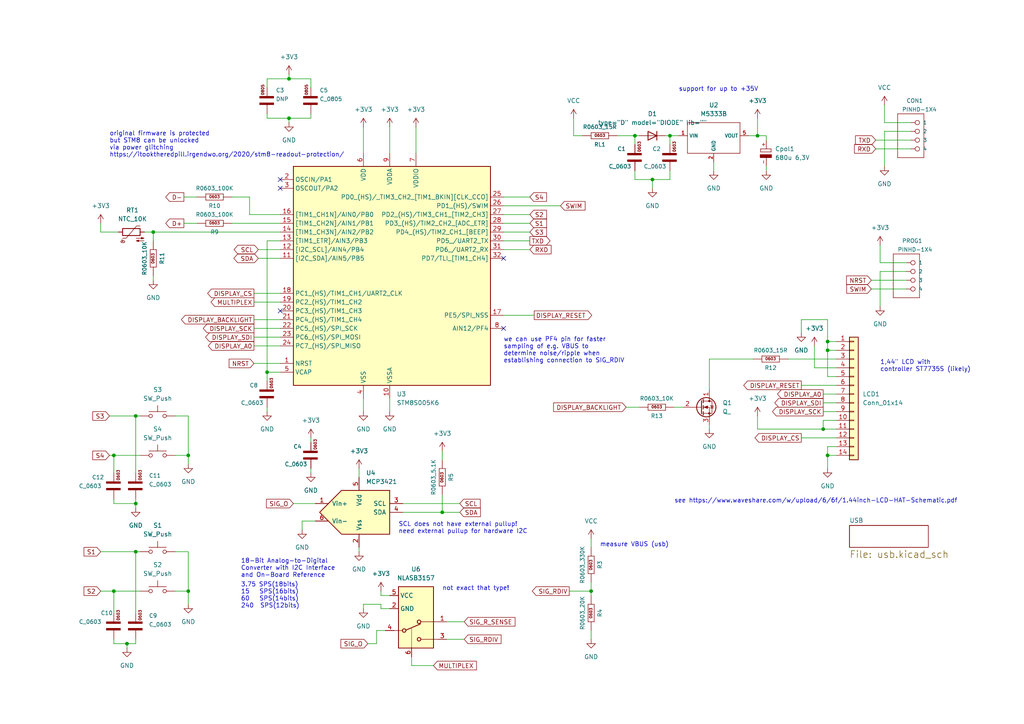
<source format=kicad_sch>
(kicad_sch (version 20211123) (generator eeschema)
  (paper "A4")
  (title_block (title "UM25/C schematic") (date "2022-02-06") (rev "1") (comment 1 "license GPLv2") (comment 3 "(c) 02/2022, Steffen Mauch "))
  (lib_symbols
    (symbol "Analog_ADC:MCP3421A0T-ECH" (pin_names (offset 1.016))
      (property "Reference" "U" (at -10.16 7.62 0))
      (property "Value" "MCP3421A0T-ECH" (at 2.54 7.62 0))
      (symbol "MCP3421A0T-ECH_0_1"
        (polyline (pts (xy -5.08 6.35) (xy 8.89 6.35) (xy 8.89 0) (xy 8.89 -6.35) (xy -5.08 -6.35) (xy -11.43 0) (xy -5.08 6.35)) (stroke (width 0.254)) (fill (type background)))
      )
      (symbol "MCP3421A0T-ECH_1_1"
        (pin passive line (at -12.7 2.54 0) (length 3.81) (name "Vin+") (number "1"))
        (pin power_in line (at 0 -10.16 90) (length 3.81) (name "Vss") (number "2"))
        (pin input line (at 12.7 2.54 180) (length 3.81) (name "SCL") (number "3"))
        (pin bidirectional line (at 12.7 0 180) (length 3.81) (name "SDA") (number "4"))
        (pin power_in line (at 0 10.16 270) (length 3.81) (name "Vdd") (number "5"))
        (pin passive line (at -12.7 -2.54 0) (length 3.81) (name "Vin-") (number "6"))
      )
    )
    (symbol "Connector_Generic:Conn_01x14" (pin_names (offset 1.016) hide)
      (property "Reference" "J" (at 0 17.78 0))
      (property "Value" "Conn_01x14" (at 0 -20.32 0))
      (symbol "Conn_01x14_1_1"
        (rectangle (start -1.27 -17.653) (end 0 -17.907) (stroke (width 0.1524)))
        (rectangle (start -1.27 -15.113) (end 0 -15.367) (stroke (width 0.1524)))
        (rectangle (start -1.27 -12.573) (end 0 -12.827) (stroke (width 0.1524)))
        (rectangle (start -1.27 -10.033) (end 0 -10.287) (stroke (width 0.1524)))
        (rectangle (start -1.27 -7.493) (end 0 -7.747) (stroke (width 0.1524)))
        (rectangle (start -1.27 -4.953) (end 0 -5.207) (stroke (width 0.1524)))
        (rectangle (start -1.27 -2.413) (end 0 -2.667) (stroke (width 0.1524)))
        (rectangle (start -1.27 0.127) (end 0 -0.127) (stroke (width 0.1524)))
        (rectangle (start -1.27 2.667) (end 0 2.413) (stroke (width 0.1524)))
        (rectangle (start -1.27 5.207) (end 0 4.953) (stroke (width 0.1524)))
        (rectangle (start -1.27 7.747) (end 0 7.493) (stroke (width 0.1524)))
        (rectangle (start -1.27 10.287) (end 0 10.033) (stroke (width 0.1524)))
        (rectangle (start -1.27 12.827) (end 0 12.573) (stroke (width 0.1524)))
        (rectangle (start -1.27 15.367) (end 0 15.113) (stroke (width 0.1524)))
        (rectangle (start -1.27 16.51) (end 1.27 -19.05) (stroke (width 0.254)) (fill (type background)))
        (pin passive line (at -5.08 15.24 0) (length 3.81) (name "Pin_1") (number "1"))
        (pin passive line (at -5.08 -7.62 0) (length 3.81) (name "Pin_10") (number "10"))
        (pin passive line (at -5.08 -10.16 0) (length 3.81) (name "Pin_11") (number "11"))
        (pin passive line (at -5.08 -12.7 0) (length 3.81) (name "Pin_12") (number "12"))
        (pin passive line (at -5.08 -15.24 0) (length 3.81) (name "Pin_13") (number "13"))
        (pin passive line (at -5.08 -17.78 0) (length 3.81) (name "Pin_14") (number "14"))
        (pin passive line (at -5.08 12.7 0) (length 3.81) (name "Pin_2") (number "2"))
        (pin passive line (at -5.08 10.16 0) (length 3.81) (name "Pin_3") (number "3"))
        (pin passive line (at -5.08 7.62 0) (length 3.81) (name "Pin_4") (number "4"))
        (pin passive line (at -5.08 5.08 0) (length 3.81) (name "Pin_5") (number "5"))
        (pin passive line (at -5.08 2.54 0) (length 3.81) (name "Pin_6") (number "6"))
        (pin passive line (at -5.08 0 0) (length 3.81) (name "Pin_7") (number "7"))
        (pin passive line (at -5.08 -2.54 0) (length 3.81) (name "Pin_8") (number "8"))
        (pin passive line (at -5.08 -5.08 0) (length 3.81) (name "Pin_9") (number "9"))
      )
    )
    (symbol "Device:Q_NMOS_DGS" (pin_names (offset 0) hide)
      (property "Reference" "Q" (at 5.08 1.27 0))
      (property "Value" "Q_NMOS_DGS" (at 5.08 -1.27 0))
      (symbol "Q_NMOS_DGS_0_1"
        (polyline (pts (xy 0.254 0) (xy -2.54 0)))
        (polyline (pts (xy 0.254 1.905) (xy 0.254 -1.905)) (stroke (width 0.254)))
        (polyline (pts (xy 0.762 -1.27) (xy 0.762 -2.286)) (stroke (width 0.254)))
        (polyline (pts (xy 0.762 0.508) (xy 0.762 -0.508)) (stroke (width 0.254)))
        (polyline (pts (xy 0.762 2.286) (xy 0.762 1.27)) (stroke (width 0.254)))
        (polyline (pts (xy 2.54 2.54) (xy 2.54 1.778)))
        (polyline (pts (xy 2.54 -2.54) (xy 2.54 0) (xy 0.762 0)))
        (polyline (pts (xy 0.762 -1.778) (xy 3.302 -1.778) (xy 3.302 1.778) (xy 0.762 1.778)))
        (polyline (pts (xy 1.016 0) (xy 2.032 0.381) (xy 2.032 -0.381) (xy 1.016 0)) (fill (type outline)))
        (polyline (pts (xy 2.794 0.508) (xy 2.921 0.381) (xy 3.683 0.381) (xy 3.81 0.254)))
        (polyline (pts (xy 3.302 0.381) (xy 2.921 -0.254) (xy 3.683 -0.254) (xy 3.302 0.381)))
        (circle (center 1.651 0) (radius 2.794) (stroke (width 0.254)))
        (circle (center 2.54 -1.778) (radius 0.254) (fill (type outline)))
        (circle (center 2.54 1.778) (radius 0.254) (fill (type outline)))
      )
      (symbol "Q_NMOS_DGS_1_1"
        (pin passive line (at 2.54 5.08 270) (length 2.54) (name "D") (number "1"))
        (pin input line (at -5.08 0 0) (length 2.54) (name "G") (number "2"))
        (pin passive line (at 2.54 -5.08 90) (length 2.54) (name "S") (number "3"))
      )
    )
    (symbol "Device:Thermistor_NTC" (pin_numbers hide) (pin_names (offset 0))
      (property "Reference" "TH" (at -4.445 0 90))
      (property "Value" "Thermistor_NTC" (at 3.175 0 90))
      (symbol "Thermistor_NTC_0_1"
        (arc (start -3.048 2.159) (mid -3.0505 2.3165) (end -3.175 2.413))
        (arc (start -3.048 2.159) (mid -2.9736 1.9794) (end -2.794 1.905))
        (arc (start -3.048 2.794) (mid -2.9736 2.6144) (end -2.794 2.54))
        (arc (start -2.794 1.905) (mid -2.6144 1.9794) (end -2.54 2.159))
        (arc (start -2.794 2.54) (mid -2.434 2.5608) (end -2.159 2.794))
        (arc (start -2.794 3.048) (mid -2.9736 2.9736) (end -3.048 2.794))
        (arc (start -2.54 2.794) (mid -2.6144 2.9736) (end -2.794 3.048))
        (rectangle (start -1.016 2.54) (end 1.016 -2.54) (stroke (width 0.254)))
        (polyline (pts (xy -2.54 2.159) (xy -2.54 2.794)))
        (polyline (pts (xy -1.778 2.54) (xy -1.778 1.524) (xy 1.778 -1.524) (xy 1.778 -2.54)))
        (polyline (pts (xy -2.54 -3.683) (xy -2.54 -1.397) (xy -2.794 -2.159) (xy -2.286 -2.159) (xy -2.54 -1.397) (xy -2.54 -1.651)) (fill (type outline)))
        (polyline (pts (xy -1.778 -1.397) (xy -1.778 -3.683) (xy -2.032 -2.921) (xy -1.524 -2.921) (xy -1.778 -3.683) (xy -1.778 -3.429)) (fill (type outline)))
      )
      (symbol "Thermistor_NTC_1_1"
        (pin passive line (at 0 3.81 270) (length 1.27) (name "~") (number "1"))
        (pin passive line (at 0 -3.81 90) (length 1.27) (name "~") (number "2"))
      )
    )
    (symbol "Simulation_SPICE:DIODE" (pin_numbers hide) (pin_names (offset 1.016) hide)
      (property "Reference" "D" (at 0 2.54 0))
      (property "Value" "DIODE" (at 0 -2.54 0))
      (symbol "DIODE_0_1"
        (polyline (pts (xy 1.27 0) (xy -1.27 0)))
        (polyline (pts (xy 1.27 1.27) (xy 1.27 -1.27)) (stroke (width 0.254)))
        (polyline (pts (xy -1.27 -1.27) (xy -1.27 1.27) (xy 1.27 0) (xy -1.27 -1.27)) (stroke (width 0.254)))
      )
      (symbol "DIODE_1_1"
        (pin passive line (at -3.81 0 0) (length 2.54) (name "A") (number "1"))
        (pin passive line (at 3.81 0 180) (length 2.54) (name "K") (number "2"))
      )
    )
    (symbol "Switch:SW_Push" (pin_numbers hide) (pin_names (offset 1.016) hide)
      (property "Reference" "SW" (at 1.27 2.54 0))
      (property "Value" "SW_Push" (at 0 -1.524 0))
      (symbol "SW_Push_0_1"
        (circle (center -2.032 0) (radius 0.508))
        (polyline (pts (xy 0 1.27) (xy 0 3.048)))
        (polyline (pts (xy 2.54 1.27) (xy -2.54 1.27)))
        (circle (center 2.032 0) (radius 0.508))
        (pin passive line (at -5.08 0 0) (length 2.54) (name "1") (number "1"))
        (pin passive line (at 5.08 0 180) (length 2.54) (name "2") (number "2"))
      )
    )
    (symbol "UM25:CPOL"
      (property "Reference" "C" (at 2.54 0.254 0))
      (property "Value" "CPOL" (at 3.302 2.54 0))
      (symbol "CPOL_1_0"
        (polyline (pts (xy -1.651 0.381) (xy 1.397 0.381)))
        (polyline (pts (xy -1.651 1.27) (xy -1.651 0.381)))
        (polyline (pts (xy -1.651 1.27) (xy 1.397 1.27)))
        (polyline (pts (xy 1.397 0.381) (xy 1.397 1.27)))
      )
      (symbol "CPOL_1_1"
        (rectangle (start -1.778 -1.27) (end 1.524 -0.381) (fill (type outline)))
        (pin passive line (at 0 3.81 270) (length 2.54) (name "~") (number "+"))
        (pin passive line (at 0 -3.81 90) (length 2.54) (name "") (number "-"))
      )
    )
    (symbol "UM25:M5333B"
      (property "Reference" "REG" (at 6.35 -5.08 0))
      (property "Value" "M5333B" (at 0 3.81 0))
      (symbol "M5333B_1_0"
        (polyline (pts (xy -7.62 -3.81) (xy 7.62 -3.81)))
        (polyline (pts (xy -7.62 5.08) (xy -7.62 -3.81)))
        (polyline (pts (xy 7.62 -3.81) (xy 7.62 5.08)))
        (polyline (pts (xy 7.62 5.08) (xy -7.62 5.08)))
      )
      (symbol "M5333B_1_1"
        (pin power_in line (at -10.16 1.27 0) (length 2.54) (name "VIN") (number "1"))
        (pin power_in line (at 0 -6.35 90) (length 2.54) (name "GND") (number "2"))
        (pin power_out line (at 10.16 1.27 180) (length 2.54) (name "VOUT") (number "5"))
      )
    )
    (symbol "UM25:NLASB3157"
      (property "Reference" "U" (at 3.81 -12.7 0))
      (property "Value" "NLASB3157" (at 1.27 8.89 0))
      (symbol "NLASB3157_1_1"
        (rectangle (start -3.81 7.62) (end 6.35 -10.16) (stroke (width 0.254)) (fill (type background)))
        (circle (center -2.159 -5.08) (radius 0.508) (stroke (width 0.254)))
        (polyline (pts (xy -5.08 -5.08) (xy -2.794 -5.08)))
        (polyline (pts (xy -1.651 -4.953) (xy 2.54 -3.175)) (stroke (width 0.254)))
        (polyline (pts (xy 0 -10.16) (xy 0 -9.652)))
        (polyline (pts (xy 0 -9.398) (xy 0 -9.144)))
        (polyline (pts (xy 0 -8.89) (xy 0 -8.636)))
        (polyline (pts (xy 0 -8.382) (xy 0 -8.128)))
        (polyline (pts (xy 0 -7.874) (xy 0 -7.62)))
        (polyline (pts (xy 0 -7.366) (xy 0 -7.112)))
        (polyline (pts (xy 0 -6.858) (xy 0 -6.604)))
        (polyline (pts (xy 0 -6.35) (xy 0 -6.096)))
        (polyline (pts (xy 0 -5.842) (xy 0 -5.588)))
        (polyline (pts (xy 0 -5.334) (xy 0 -5.08)))
        (polyline (pts (xy 0 -4.826) (xy 0 -4.572)))
        (polyline (pts (xy 7.62 -7.62) (xy 2.794 -7.62)))
        (polyline (pts (xy 7.62 -2.54) (xy 2.794 -2.54)))
        (circle (center 2.159 -7.62) (radius 0.508) (stroke (width 0.254)))
        (circle (center 2.159 -2.54) (radius 0.508) (stroke (width 0.254)))
        (pin passive line (at 10.16 -2.54 180) (length 2.54) (name "~") (number "1"))
        (pin power_in line (at -6.35 1.27 0) (length 2.54) (name "GND") (number "2"))
        (pin passive line (at 10.16 -7.62 180) (length 2.54) (name "~") (number "3"))
        (pin passive line (at -7.62 -5.08 0) (length 2.54) (name "~") (number "4"))
        (pin power_in line (at -6.35 5.08 0) (length 2.54) (name "VCC") (number "5"))
        (pin input line (at 0 -12.7 90) (length 2.54) (name "~") (number "6"))
      )
    )
    (symbol "UM25:STM8S005K6"
      (property "Reference" "IC" (at 11.43 -36.83 0))
      (property "Value" "STM8S005K6" (at 8.89 -25.4 0))
      (symbol "STM8S005K6_0_1"
        (rectangle (start -20.32 29.21) (end 36.83 -34.29) (stroke (width 0.254)) (fill (type background)))
      )
      (symbol "STM8S005K6_1_1"
        (pin input line (at -24.13 -27.94 0) (length 3.81) (name "NRST") (number "1"))
        (pin power_in line (at 7.62 -38.1 90) (length 3.81) (name "VSSA") (number "10"))
        (pin bidirectional line (at -24.13 2.54 0) (length 3.81) (name "[I2C_SDA]/AIN5/PB5") (number "11"))
        (pin bidirectional line (at -24.13 5.08 0) (length 3.81) (name "[I2C_SCL]/AIN4/PB4") (number "12"))
        (pin bidirectional line (at -24.13 7.62 0) (length 3.81) (name "[TIM1_ETR]/AIN3/PB3") (number "13"))
        (pin bidirectional line (at -24.13 10.16 0) (length 3.81) (name "[TIM1_CH3N]/AIN2/PB2") (number "14"))
        (pin bidirectional line (at -24.13 12.7 0) (length 3.81) (name "[TIM1_CH2N]/AIN1/PB1") (number "15"))
        (pin bidirectional line (at -24.13 15.24 0) (length 3.81) (name "[TIM1_CH1N]/AIN0/PB0") (number "16"))
        (pin bidirectional line (at 40.64 -13.97 180) (length 3.81) (name "PE5/SPI_NSS") (number "17"))
        (pin bidirectional line (at -24.13 -7.62 0) (length 3.81) (name "PC1_(HS)/TIM1_CH1/UART2_CLK") (number "18"))
        (pin bidirectional line (at -24.13 -10.16 0) (length 3.81) (name "PC2_(HS)/TIM1_CH2") (number "19"))
        (pin bidirectional line (at -24.13 25.4 0) (length 3.81) (name "OSCIN/PA1") (number "2"))
        (pin bidirectional line (at -24.13 -12.7 0) (length 3.81) (name "PC3_(HS)/TIM1_CH3") (number "20"))
        (pin bidirectional line (at -24.13 -15.24 0) (length 3.81) (name "PC4_(HS)/TIM1_CH4") (number "21"))
        (pin bidirectional line (at -24.13 -17.78 0) (length 3.81) (name "PC5_(HS)/SPI_SCK") (number "22"))
        (pin bidirectional line (at -24.13 -20.32 0) (length 3.81) (name "PC6_(HS)/SPI_MOSI") (number "23"))
        (pin bidirectional line (at -24.13 -22.86 0) (length 3.81) (name "PC7_(HS)/SPI_MISO") (number "24"))
        (pin bidirectional line (at 40.64 20.32 180) (length 3.81) (name "PD0_(HS)/_TIM3_CH2_[TIM1_BKIN][CLK_CCO]") (number "25"))
        (pin bidirectional line (at 40.64 17.78 180) (length 3.81) (name "PD1_(HS)/SWIM") (number "26"))
        (pin bidirectional line (at 40.64 15.24 180) (length 3.81) (name "PD2_(HS)/TIM3_CH1_[TIM2_CH3]") (number "27"))
        (pin bidirectional line (at 40.64 12.7 180) (length 3.81) (name "PD3_(HS)/TIM2_CH2_[ADC_ETR]") (number "28"))
        (pin bidirectional line (at 40.64 10.16 180) (length 3.81) (name "PD4_(HS)/TIM2_CH1_[BEEP]") (number "29"))
        (pin bidirectional line (at -24.13 22.86 0) (length 3.81) (name "OSCOUT/PA2") (number "3"))
        (pin bidirectional line (at 40.64 7.62 180) (length 3.81) (name "PD5_/UART2_TX") (number "30"))
        (pin bidirectional line (at 40.64 5.08 180) (length 3.81) (name "PD6_/UART2_RX") (number "31"))
        (pin bidirectional line (at 40.64 2.54 180) (length 3.81) (name "PD7/TLI_[TIM1_CH4]") (number "32"))
        (pin power_in line (at 0 -38.1 90) (length 3.81) (name "VSS") (number "4"))
        (pin input line (at -24.13 -30.48 0) (length 3.81) (name "VCAP") (number "5"))
        (pin power_in line (at 0 33.02 270) (length 3.81) (name "VDD") (number "6"))
        (pin bidirectional line (at 15.24 33.02 270) (length 3.81) (name "VDDIO") (number "7"))
        (pin bidirectional line (at 40.64 -17.78 180) (length 3.81) (name "AIN12/PF4") (number "8"))
        (pin power_in line (at 7.62 33.02 270) (length 3.81) (name "VDDA") (number "9"))
      )
    )
    (symbol "eagleHR:C_0603" (pin_numbers hide) (pin_names (offset 1.016) hide)
      (property "Reference" "C" (at 0.508 2.413 0))
      (property "Value" "C_0603" (at -1.27 -3.81 0))
      (symbol "C_0603_1_0"
        (polyline (pts (xy 0 0) (xy 0.508 0)))
        (polyline (pts (xy 2.54 0) (xy 2.032 0)))
        (text "0603" (at 4.445 -1.27 0) (effects (font (size 0.8128 0.8128))))
      )
      (symbol "C_0603_1_1"
        (rectangle (start 0.635 -1.905) (end 0.127 2.159) (fill (type outline)))
        (rectangle (start 2.54 -1.905) (end 2.032 2.159) (fill (type outline)))
        (pin passive line (at -2.54 0 0) (length 2.54) (name "1") (number "1"))
        (pin passive line (at 5.08 0 180) (length 2.54) (name "2") (number "2"))
      )
    )
    (symbol "eagleHR:C_0805" (pin_numbers hide) (pin_names (offset 1.016) hide)
      (property "Reference" "C" (at 1.27 2.159 0))
      (property "Value" "C_0805" (at 1.524 -3.175 0))
      (symbol "C_0805_1_0"
        (polyline (pts (xy 0 0) (xy 0.508 0)))
        (polyline (pts (xy 2.54 0) (xy 2.032 0)))
        (text "0805" (at 4.445 1.27 0) (effects (font (size 0.8128 0.8128))))
      )
      (symbol "C_0805_1_1"
        (rectangle (start 0.635 -1.905) (end 0.127 2.159) (fill (type outline)))
        (rectangle (start 2.54 -1.905) (end 2.032 2.159) (fill (type outline)))
        (pin passive line (at 5.08 0 180) (length 2.54) (name "1") (number "1"))
        (pin passive line (at -2.54 0 0) (length 2.54) (name "2") (number "2"))
      )
    )
    (symbol "eagleHR:R0603_" (pin_numbers hide) (pin_names (offset 1.016) hide)
      (property "Reference" "R" (at -0.381 1.2446 0))
      (property "Value" "R0603_" (at 0.127 -2.286 0))
      (symbol "R0603__1_0"
        (polyline (pts (xy -2.54 -0.889) (xy -2.54 0.889)))
        (polyline (pts (xy -2.54 -0.889) (xy 2.54 -0.889)))
        (polyline (pts (xy 2.54 -0.889) (xy 2.54 0.889)))
        (polyline (pts (xy 2.54 0.889) (xy -2.54 0.889)))
        (text "0603" (at 0.0254 -0.1016 0) (effects (font (size 0.8128 0.8128))))
      )
      (symbol "R0603__1_1"
        (pin passive line (at -5.08 0 0) (length 2.54) (name "1") (number "1"))
        (pin passive line (at 5.08 0 180) (length 2.54) (name "2") (number "2"))
      )
    )
    (symbol "eagleSM:PINHD-1X4" (pin_numbers hide) (pin_names (offset 1.016))
      (property "Reference" "CON" (at -6.35 8.255 0))
      (property "Value" "PINHD-1X4" (at -6.35 -7.62 0))
      (symbol "PINHD-1X4_1_0"
        (polyline (pts (xy -6.35 -5.08) (xy 1.27 -5.08)))
        (polyline (pts (xy -6.35 7.62) (xy -6.35 -5.08)))
        (polyline (pts (xy 1.27 -5.08) (xy 1.27 7.62)))
        (polyline (pts (xy 1.27 7.62) (xy -6.35 7.62)))
      )
      (symbol "PINHD-1X4_1_1"
        (pin passive inverted (at -2.54 5.08 0) (length 2.54) (name "1") (number "1"))
        (pin passive inverted (at -2.54 2.54 0) (length 2.54) (name "2") (number "2"))
        (pin passive inverted (at -2.54 0 0) (length 2.54) (name "3") (number "3"))
        (pin passive inverted (at -2.54 -2.54 0) (length 2.54) (name "4") (number "4"))
      )
    )
    (symbol "power:+3V3" (power) (pin_names (offset 0))
      (property "Value" "+3V3" (at 0 3.556 0))
      (symbol "+3V3_0_1"
        (polyline (pts (xy -0.762 1.27) (xy 0 2.54)))
        (polyline (pts (xy 0 0) (xy 0 2.54)))
        (polyline (pts (xy 0 2.54) (xy 0.762 1.27)))
      )
      (symbol "+3V3_1_1"
        (pin power_in line (at 0 0 90) (length 0) hide (name "+3V3") (number "1"))
      )
    )
    (symbol "power:GND" (power) (pin_names (offset 0))
      (property "Value" "GND" (at 0 -3.81 0))
      (symbol "GND_0_1"
        (polyline (pts (xy 0 0) (xy 0 -1.27) (xy 1.27 -1.27) (xy 0 -2.54) (xy -1.27 -1.27) (xy 0 -1.27)))
      )
      (symbol "GND_1_1"
        (pin power_in line (at 0 0 270) (length 0) hide (name "GND") (number "1"))
      )
    )
    (symbol "power:VCC" (power) (pin_names (offset 0))
      (property "Value" "VCC" (at 0 3.81 0))
      (symbol "VCC_0_1"
        (polyline (pts (xy -0.762 1.27) (xy 0 2.54)))
        (polyline (pts (xy 0 0) (xy 0 2.54)))
        (polyline (pts (xy 0 2.54) (xy 0.762 1.27)))
      )
      (symbol "VCC_1_1"
        (pin power_in line (at 0 0 90) (length 0) hide (name "VCC") (number "1"))
      )
    )
  )
  (junction (at 36.83 186.69))
  (junction (at 54.61 132.08))
  (junction (at 44.45 67.31))
  (junction (at 219.71 39.37))
  (junction (at 39.37 120.65))
  (junction (at 240.03 101.6))
  (junction (at 184.15 39.37))
  (junction (at 240.03 132.08))
  (junction (at 83.82 34.29))
  (junction (at 128.27 148.59))
  (junction (at 83.82 22.86))
  (junction (at 33.02 171.45))
  (junction (at 240.03 99.06))
  (junction (at 189.23 52.07))
  (junction (at 171.45 171.45))
  (junction (at 77.47 107.95))
  (junction (at 33.02 132.08))
  (junction (at 54.61 171.45))
  (junction (at 238.76 124.46))
  (junction (at 194.31 39.37))
  (junction (at 39.37 146.05))
  (junction (at 39.37 160.02))
  (no_connect (at 81.28 90.17))
  (no_connect (at 146.05 95.25))
  (no_connect (at 81.28 52.07))
  (no_connect (at 81.28 54.61))
  (no_connect (at 146.05 74.93))
  (wire (pts (xy 171.45 156.21) (xy 171.45 158.75)))
  (wire (pts (xy 171.45 182.88) (xy 171.45 185.42)))
  (wire (pts (xy 90.17 22.86) (xy 83.82 22.86)))
  (wire (pts (xy 240.03 99.06) (xy 240.03 92.71)))
  (wire (pts (xy 146.05 59.69) (xy 162.56 59.69)))
  (wire (pts (xy 39.37 120.65) (xy 31.75 120.65)))
  (wire (pts (xy 33.02 171.45) (xy 29.21 171.45)))
  (wire (pts (xy 189.23 54.61) (xy 189.23 52.07)))
  (wire (pts (xy 72.39 57.15) (xy 67.31 57.15)))
  (wire (pts (xy 232.41 111.76) (xy 242.57 111.76)))
  (wire (pts (xy 57.15 57.15) (xy 53.34 57.15)))
  (wire (pts (xy 256.54 30.48) (xy 256.54 35.56)))
  (wire (pts (xy 240.03 109.22) (xy 240.03 101.6)))
  (wire (pts (xy 242.57 101.6) (xy 240.03 101.6)))
  (wire (pts (xy 36.83 186.69) (xy 39.37 186.69)))
  (wire (pts (xy 33.02 132.08) (xy 33.02 137.16)))
  (wire (pts (xy 90.17 33.02) (xy 90.17 34.29)))
  (wire (pts (xy 34.29 67.31) (xy 29.21 67.31)))
  (wire (pts (xy 184.15 52.07) (xy 189.23 52.07)))
  (wire (pts (xy 41.91 67.31) (xy 44.45 67.31)))
  (wire (pts (xy 146.05 72.39) (xy 153.67 72.39)))
  (wire (pts (xy 238.76 124.46) (xy 242.57 124.46)))
  (wire (pts (xy 50.8 160.02) (xy 54.61 160.02)))
  (wire (pts (xy 146.05 91.44) (xy 154.94 91.44)))
  (wire (pts (xy 73.66 97.79) (xy 81.28 97.79)))
  (wire (pts (xy 33.02 144.78) (xy 33.02 146.05)))
  (wire (pts (xy 73.66 87.63) (xy 81.28 87.63)))
  (wire (pts (xy 238.76 114.3) (xy 242.57 114.3)))
  (wire (pts (xy 166.37 34.29) (xy 166.37 39.37)))
  (wire (pts (xy 33.02 185.42) (xy 33.02 186.69)))
  (wire (pts (xy 242.57 121.92) (xy 238.76 121.92)))
  (wire (pts (xy 194.31 52.07) (xy 194.31 49.53)))
  (wire (pts (xy 83.82 22.86) (xy 83.82 21.59)))
  (wire (pts (xy 254 40.64) (xy 264.16 40.64)))
  (wire (pts (xy 184.15 49.53) (xy 184.15 52.07)))
  (wire (pts (xy 184.15 39.37) (xy 179.07 39.37)))
  (wire (pts (xy 50.8 171.45) (xy 54.61 171.45)))
  (wire (pts (xy 74.93 72.39) (xy 81.28 72.39)))
  (wire (pts (xy 232.41 92.71) (xy 232.41 96.52)))
  (wire (pts (xy 73.66 100.33) (xy 81.28 100.33)))
  (wire (pts (xy 72.39 62.23) (xy 72.39 57.15)))
  (wire (pts (xy 73.66 95.25) (xy 81.28 95.25)))
  (wire (pts (xy 33.02 186.69) (xy 36.83 186.69)))
  (wire (pts (xy 87.63 151.13) (xy 87.63 153.67)))
  (wire (pts (xy 54.61 160.02) (xy 54.61 171.45)))
  (wire (pts (xy 146.05 57.15) (xy 153.67 57.15)))
  (wire (pts (xy 105.41 115.57) (xy 105.41 119.38)))
  (wire (pts (xy 125.73 193.04) (xy 119.38 193.04)))
  (wire (pts (xy 228.6 104.14) (xy 242.57 104.14)))
  (wire (pts (xy 54.61 120.65) (xy 54.61 132.08)))
  (wire (pts (xy 255.27 76.2) (xy 262.89 76.2)))
  (wire (pts (xy 77.47 22.86) (xy 83.82 22.86)))
  (wire (pts (xy 77.47 107.95) (xy 81.28 107.95)))
  (wire (pts (xy 74.93 74.93) (xy 81.28 74.93)))
  (wire (pts (xy 39.37 160.02) (xy 29.21 160.02)))
  (wire (pts (xy 219.71 124.46) (xy 219.71 120.65)))
  (wire (pts (xy 113.03 36.83) (xy 113.03 44.45)))
  (wire (pts (xy 77.47 34.29) (xy 77.47 33.02)))
  (wire (pts (xy 232.41 127) (xy 242.57 127)))
  (wire (pts (xy 77.47 25.4) (xy 77.47 22.86)))
  (wire (pts (xy 40.64 132.08) (xy 33.02 132.08)))
  (wire (pts (xy 39.37 160.02) (xy 39.37 177.8)))
  (wire (pts (xy 218.44 104.14) (xy 205.74 104.14)))
  (wire (pts (xy 238.76 119.38) (xy 242.57 119.38)))
  (wire (pts (xy 120.65 36.83) (xy 120.65 44.45)))
  (wire (pts (xy 109.22 186.69) (xy 109.22 182.88)))
  (wire (pts (xy 222.25 40.64) (xy 222.25 39.37)))
  (wire (pts (xy 113.03 115.57) (xy 113.03 119.38)))
  (wire (pts (xy 83.82 35.56) (xy 83.82 34.29)))
  (wire (pts (xy 110.49 172.72) (xy 110.49 171.45)))
  (wire (pts (xy 36.83 187.96) (xy 36.83 186.69)))
  (wire (pts (xy 219.71 124.46) (xy 238.76 124.46)))
  (wire (pts (xy 181.61 118.11) (xy 185.42 118.11)))
  (wire (pts (xy 256.54 35.56) (xy 264.16 35.56)))
  (wire (pts (xy 54.61 132.08) (xy 54.61 134.62)))
  (wire (pts (xy 205.74 104.14) (xy 205.74 113.03)))
  (wire (pts (xy 90.17 22.86) (xy 90.17 25.4)))
  (wire (pts (xy 91.44 151.13) (xy 87.63 151.13)))
  (wire (pts (xy 104.14 135.89) (xy 104.14 138.43)))
  (wire (pts (xy 240.03 132.08) (xy 242.57 132.08)))
  (wire (pts (xy 252.73 81.28) (xy 262.89 81.28)))
  (wire (pts (xy 90.17 127) (xy 90.17 128.27)))
  (wire (pts (xy 50.8 132.08) (xy 54.61 132.08)))
  (wire (pts (xy 116.84 148.59) (xy 128.27 148.59)))
  (wire (pts (xy 83.82 34.29) (xy 90.17 34.29)))
  (wire (pts (xy 105.41 36.83) (xy 105.41 44.45)))
  (wire (pts (xy 105.41 175.26) (xy 105.41 176.53)))
  (wire (pts (xy 39.37 160.02) (xy 40.64 160.02)))
  (wire (pts (xy 146.05 69.85) (xy 153.67 69.85)))
  (wire (pts (xy 256.54 38.1) (xy 256.54 48.26)))
  (wire (pts (xy 85.09 146.05) (xy 91.44 146.05)))
  (wire (pts (xy 255.27 71.12) (xy 255.27 76.2)))
  (wire (pts (xy 40.64 171.45) (xy 33.02 171.45)))
  (wire (pts (xy 189.23 52.07) (xy 194.31 52.07)))
  (wire (pts (xy 54.61 171.45) (xy 54.61 175.26)))
  (wire (pts (xy 166.37 39.37) (xy 168.91 39.37)))
  (wire (pts (xy 73.66 105.41) (xy 81.28 105.41)))
  (wire (pts (xy 242.57 99.06) (xy 240.03 99.06)))
  (wire (pts (xy 146.05 62.23) (xy 153.67 62.23)))
  (wire (pts (xy 110.49 175.26) (xy 110.49 176.53)))
  (wire (pts (xy 171.45 168.91) (xy 171.45 171.45)))
  (wire (pts (xy 207.01 46.99) (xy 207.01 49.53)))
  (wire (pts (xy 171.45 171.45) (xy 171.45 172.72)))
  (wire (pts (xy 254 43.18) (xy 264.16 43.18)))
  (wire (pts (xy 242.57 129.54) (xy 240.03 129.54)))
  (wire (pts (xy 50.8 120.65) (xy 54.61 120.65)))
  (wire (pts (xy 81.28 62.23) (xy 72.39 62.23)))
  (wire (pts (xy 255.27 78.74) (xy 255.27 88.9)))
  (wire (pts (xy 67.31 64.77) (xy 81.28 64.77)))
  (wire (pts (xy 113.03 172.72) (xy 110.49 172.72)))
  (wire (pts (xy 33.02 171.45) (xy 33.02 177.8)))
  (wire (pts (xy 73.66 85.09) (xy 81.28 85.09)))
  (wire (pts (xy 90.17 135.89) (xy 90.17 137.16)))
  (wire (pts (xy 146.05 64.77) (xy 153.67 64.77)))
  (wire (pts (xy 109.22 182.88) (xy 111.76 182.88)))
  (wire (pts (xy 110.49 176.53) (xy 113.03 176.53)))
  (wire (pts (xy 194.31 39.37) (xy 196.85 39.37)))
  (wire (pts (xy 116.84 146.05) (xy 133.35 146.05)))
  (wire (pts (xy 57.15 64.77) (xy 53.34 64.77)))
  (wire (pts (xy 77.47 118.11) (xy 77.47 119.38)))
  (wire (pts (xy 83.82 34.29) (xy 77.47 34.29)))
  (wire (pts (xy 219.71 39.37) (xy 222.25 39.37)))
  (wire (pts (xy 128.27 130.81) (xy 128.27 133.35)))
  (wire (pts (xy 104.14 158.75) (xy 104.14 160.02)))
  (wire (pts (xy 195.58 118.11) (xy 198.12 118.11)))
  (wire (pts (xy 119.38 193.04) (xy 119.38 190.5)))
  (wire (pts (xy 40.64 120.65) (xy 39.37 120.65)))
  (wire (pts (xy 205.74 123.19) (xy 205.74 124.46)))
  (wire (pts (xy 217.17 39.37) (xy 219.71 39.37)))
  (wire (pts (xy 129.54 185.42) (xy 134.62 185.42)))
  (wire (pts (xy 238.76 116.84) (xy 242.57 116.84)))
  (wire (pts (xy 240.03 92.71) (xy 232.41 92.71)))
  (wire (pts (xy 242.57 109.22) (xy 240.03 109.22)))
  (wire (pts (xy 33.02 146.05) (xy 39.37 146.05)))
  (wire (pts (xy 240.03 132.08) (xy 240.03 135.89)))
  (wire (pts (xy 236.22 106.68) (xy 236.22 100.33)))
  (wire (pts (xy 29.21 67.31) (xy 29.21 64.77)))
  (wire (pts (xy 44.45 67.31) (xy 81.28 67.31)))
  (wire (pts (xy 238.76 121.92) (xy 238.76 124.46)))
  (wire (pts (xy 39.37 146.05) (xy 39.37 147.32)))
  (wire (pts (xy 262.89 78.74) (xy 255.27 78.74)))
  (wire (pts (xy 165.1 171.45) (xy 171.45 171.45)))
  (wire (pts (xy 128.27 143.51) (xy 128.27 148.59)))
  (wire (pts (xy 222.25 48.26) (xy 222.25 49.53)))
  (wire (pts (xy 39.37 185.42) (xy 39.37 186.69)))
  (wire (pts (xy 219.71 34.29) (xy 219.71 39.37)))
  (wire (pts (xy 185.42 39.37) (xy 184.15 39.37)))
  (wire (pts (xy 73.66 92.71) (xy 81.28 92.71)))
  (wire (pts (xy 194.31 39.37) (xy 194.31 41.91)))
  (wire (pts (xy 77.47 69.85) (xy 77.47 107.95)))
  (wire (pts (xy 33.02 132.08) (xy 31.75 132.08)))
  (wire (pts (xy 240.03 101.6) (xy 240.03 99.06)))
  (wire (pts (xy 81.28 69.85) (xy 77.47 69.85)))
  (wire (pts (xy 44.45 80.01) (xy 44.45 81.28)))
  (wire (pts (xy 106.68 186.69) (xy 109.22 186.69)))
  (wire (pts (xy 105.41 175.26) (xy 110.49 175.26)))
  (wire (pts (xy 39.37 120.65) (xy 39.37 137.16)))
  (wire (pts (xy 77.47 107.95) (xy 77.47 110.49)))
  (wire (pts (xy 252.73 83.82) (xy 262.89 83.82)))
  (wire (pts (xy 44.45 67.31) (xy 44.45 69.85)))
  (wire (pts (xy 146.05 67.31) (xy 153.67 67.31)))
  (wire (pts (xy 264.16 38.1) (xy 256.54 38.1)))
  (wire (pts (xy 128.27 148.59) (xy 133.35 148.59)))
  (wire (pts (xy 184.15 39.37) (xy 184.15 41.91)))
  (wire (pts (xy 39.37 144.78) (xy 39.37 146.05)))
  (wire (pts (xy 242.57 106.68) (xy 236.22 106.68)))
  (wire (pts (xy 240.03 129.54) (xy 240.03 132.08)))
  (wire (pts (xy 129.54 180.34) (xy 134.62 180.34)))
  (wire (pts (xy 193.04 39.37) (xy 194.31 39.37)))
  (text "18-Bit Analog-to-Digital\nConverter with I2C Interface \nand On-Board Reference" (at 69.85 167.64 0) (effects (font (size 1.27 1.27)) (justify left bottom)))
  (text "1,44\" LCD with\ncontroller ST7735S (likely)" (at 255.27 107.95 0) (effects (font (size 1.27 1.27)) (justify left bottom)))
  (text "not exact that type!" (at 128.27 171.45 0) (effects (font (size 1.27 1.27)) (justify left bottom)))
  (text "measure VBUS (usb)" (at 173.99 158.75 0) (effects (font (size 1.27 1.27)) (justify left bottom)))
  (text "see https://www.waveshare.com/w/upload/6/6f/1.44inch-LCD-HAT-Schematic.pdf" (at 195.58 146.05 0) (effects (font (size 1.27 1.27)) (justify left bottom)))
  (text "original firmware is protected\nbut STM8 can be unlocked\nvia power glitching\nhttps://itooktheredpill.irgendwo.org/2020/stm8-readout-protection/" (at 31.75 45.72 0) (effects (font (size 1.27 1.27)) (justify left bottom)))
  (text "SCL does not have external pullup!\nneed external pullup for hardware I2C" (at 115.57 154.94 0) (effects (font (size 1.27 1.27)) (justify left bottom)))
  (text "we can use PF4 pin for faster\nsampling of e.g. VBUS to \ndetermine noise/ripple when\nestablishing connection to SIG_RDIV" (at 146.05 105.41 0) (effects (font (size 1.27 1.27)) (justify left bottom)))
  (text "3.75 SPS(18bits)\n15   SPS(16bits)\n60   SPS(14bits)\n240  SPS(12bits)" (at 69.85 176.53 0) (effects (font (size 1.27 1.27)) (justify left bottom)))
  (text "support for up to +35V" (at 196.85 26.67 0) (effects (font (size 1.27 1.27)) (justify left bottom)))
  (global_label "DISPLAY_SDI" (shape output) (at 238.76 116.84 180) (property "Intersheet References" "${INTERSHEET_REFS}" (at 224.7355 116.7606 0) (effects (justify right))))
  (global_label "DISPLAY_A0" (shape output) (at 238.76 114.3 180) (property "Intersheet References" "${INTERSHEET_REFS}" (at 225.5217 114.2206 0) (effects (justify right))))
  (global_label "S3" (shape input) (at 31.75 120.65 180) (property "Intersheet References" "${INTERSHEET_REFS}" (at 26.9179 120.7294 0) (effects (justify right))))
  (global_label "SDA" (shape input) (at 133.35 148.59 0) (property "Intersheet References" "${INTERSHEET_REFS}" (at 139.3312 148.5106 0) (effects (justify left))))
  (global_label "S1" (shape input) (at 29.21 160.02 180) (property "Intersheet References" "${INTERSHEET_REFS}" (at 24.3779 160.0994 0) (effects (justify right))))
  (global_label "TXD" (shape output) (at 153.67 69.85 0) (property "Intersheet References" "${INTERSHEET_REFS}" (at 159.5302 69.7706 0) (effects (justify left))))
  (global_label "SIG_O" (shape input) (at 106.68 186.69 180) (property "Intersheet References" "${INTERSHEET_REFS}" (at 98.8845 186.6106 0) (effects (justify right))))
  (global_label "MULTIPLEX" (shape input) (at 125.73 193.04 0) (property "Intersheet References" "${INTERSHEET_REFS}" (at 138.1821 192.9606 0) (effects (justify left))))
  (global_label "SDA" (shape bidirectional) (at 74.93 74.93 180) (property "Intersheet References" "${INTERSHEET_REFS}" (at 68.9488 74.8506 0) (effects (justify right))))
  (global_label "MULTIPLEX" (shape output) (at 73.66 87.63 180) (property "Intersheet References" "${INTERSHEET_REFS}" (at 61.2079 87.5506 0) (effects (justify right))))
  (global_label "DISPLAY_RESET" (shape output) (at 154.94 91.44 0) (property "Intersheet References" "${INTERSHEET_REFS}" (at 171.6255 91.3606 0) (effects (justify left))))
  (global_label "S4" (shape input) (at 31.75 132.08 180) (property "Intersheet References" "${INTERSHEET_REFS}" (at 26.9179 132.1594 0) (effects (justify right))))
  (global_label "DISPLAY_RESET" (shape output) (at 232.41 111.76 180) (property "Intersheet References" "${INTERSHEET_REFS}" (at 215.7245 111.8394 0) (effects (justify right))))
  (global_label "D-" (shape output) (at 53.34 57.15 180) (property "Intersheet References" "${INTERSHEET_REFS}" (at 48.0845 57.2294 0) (effects (justify right))))
  (global_label "SIG_R_SENSE" (shape input) (at 134.62 180.34 0) (property "Intersheet References" "${INTERSHEET_REFS}" (at 149.3702 180.2606 0) (effects (justify left))))
  (global_label "S1" (shape input) (at 153.67 64.77 0) (property "Intersheet References" "${INTERSHEET_REFS}" (at 158.5021 64.6906 0) (effects (justify left))))
  (global_label "DISPLAY_BACKLIGHT" (shape output) (at 73.66 92.71 180) (property "Intersheet References" "${INTERSHEET_REFS}" (at 52.6202 92.6306 0) (effects (justify right))))
  (global_label "RXD" (shape input) (at 153.67 72.39 0) (property "Intersheet References" "${INTERSHEET_REFS}" (at 159.8326 72.3106 0) (effects (justify left))))
  (global_label "DISPLAY_CS" (shape output) (at 232.41 127 180) (property "Intersheet References" "${INTERSHEET_REFS}" (at 218.9902 126.9206 0) (effects (justify right))))
  (global_label "RXD" (shape input) (at 254 43.18 180) (property "Intersheet References" "${INTERSHEET_REFS}" (at 247.8374 43.1006 0) (effects (justify right))))
  (global_label "SCL" (shape input) (at 133.35 146.05 0) (property "Intersheet References" "${INTERSHEET_REFS}" (at 139.2707 145.9706 0) (effects (justify left))))
  (global_label "SIG_O" (shape input) (at 85.09 146.05 180) (property "Intersheet References" "${INTERSHEET_REFS}" (at 77.2945 145.9706 0) (effects (justify right))))
  (global_label "DISPLAY_SCK" (shape output) (at 73.66 95.25 180) (property "Intersheet References" "${INTERSHEET_REFS}" (at 58.9702 95.1706 0) (effects (justify right))))
  (global_label "DISPLAY_SCK" (shape output) (at 238.76 119.38 180) (property "Intersheet References" "${INTERSHEET_REFS}" (at 224.0702 119.3006 0) (effects (justify right))))
  (global_label "SWIM" (shape input) (at 252.73 83.82 180) (property "Intersheet References" "${INTERSHEET_REFS}" (at 245.5998 83.7406 0) (effects (justify right))))
  (global_label "SIG_RDIV" (shape output) (at 165.1 171.45 180) (property "Intersheet References" "${INTERSHEET_REFS}" (at 154.4017 171.3706 0) (effects (justify right))))
  (global_label "SIG_RDIV" (shape input) (at 134.62 185.42 0) (property "Intersheet References" "${INTERSHEET_REFS}" (at 145.3183 185.3406 0) (effects (justify left))))
  (global_label "S4" (shape input) (at 153.67 57.15 0) (property "Intersheet References" "${INTERSHEET_REFS}" (at 158.5021 57.0706 0) (effects (justify left))))
  (global_label "D+" (shape output) (at 53.34 64.77 180) (property "Intersheet References" "${INTERSHEET_REFS}" (at 48.0845 64.8494 0) (effects (justify right))))
  (global_label "S2" (shape input) (at 153.67 62.23 0) (property "Intersheet References" "${INTERSHEET_REFS}" (at 158.5021 62.1506 0) (effects (justify left))))
  (global_label "TXD" (shape input) (at 254 40.64 180) (property "Intersheet References" "${INTERSHEET_REFS}" (at 248.1398 40.5606 0) (effects (justify right))))
  (global_label "SCL" (shape bidirectional) (at 74.93 72.39 180) (property "Intersheet References" "${INTERSHEET_REFS}" (at 69.0093 72.3106 0) (effects (justify right))))
  (global_label "NRST" (shape input) (at 73.66 105.41 180) (property "Intersheet References" "${INTERSHEET_REFS}" (at 66.4693 105.3306 0) (effects (justify right))))
  (global_label "SWIM" (shape input) (at 162.56 59.69 0) (property "Intersheet References" "${INTERSHEET_REFS}" (at 169.6902 59.6106 0) (effects (justify left))))
  (global_label "S3" (shape input) (at 153.67 67.31 0) (property "Intersheet References" "${INTERSHEET_REFS}" (at 158.5021 67.2306 0) (effects (justify left))))
  (global_label "DISPLAY_BACKLIGHT" (shape input) (at 181.61 118.11 180) (property "Intersheet References" "${INTERSHEET_REFS}" (at 160.5702 118.0306 0) (effects (justify right))))
  (global_label "DISPLAY_SDI" (shape output) (at 73.66 97.79 180) (property "Intersheet References" "${INTERSHEET_REFS}" (at 59.6355 97.7106 0) (effects (justify right))))
  (global_label "S2" (shape input) (at 29.21 171.45 180) (property "Intersheet References" "${INTERSHEET_REFS}" (at 24.3779 171.5294 0) (effects (justify right))))
  (global_label "NRST" (shape input) (at 252.73 81.28 180) (property "Intersheet References" "${INTERSHEET_REFS}" (at 245.5393 81.2006 0) (effects (justify right))))
  (global_label "DISPLAY_A0" (shape output) (at 73.66 100.33 180) (property "Intersheet References" "${INTERSHEET_REFS}" (at 60.4217 100.2506 0) (effects (justify right))))
  (global_label "DISPLAY_CS" (shape output) (at 73.66 85.09 180) (property "Intersheet References" "${INTERSHEET_REFS}" (at 60.2402 85.0106 0) (effects (justify right))))
  (symbol (lib_id "power:GND") (at 54.61 134.62 0) (unit 1)
    (property "Reference" "#PWR015" (effects hide))
    (property "Value" "GND" (at 54.61 139.7 0))
  )
  (symbol (lib_id "UM25:STM8S005K6") (at 105.41 77.47 0) (unit 1)
    (property "Reference" "U3" (at 115.0494 114.3 0) (effects (justify left)))
    (property "Value" "STM8S005K6" (at 115.0494 116.84 0) (effects (justify left)))
  )
  (symbol (lib_id "UM25:NLASB3157") (at 119.38 177.8 0) (unit 1)
    (property "Reference" "U6" (at 120.65 165.1 0))
    (property "Value" "NLASB3157" (at 120.65 167.64 0))
  )
  (symbol (lib_id "power:GND") (at 113.03 119.38 0) (unit 1)
    (property "Reference" "#PWR06" (effects hide))
    (property "Value" "GND" (at 113.03 124.46 0))
  )
  (symbol (lib_id "power:+3V3") (at 105.41 36.83 0) (unit 1)
    (property "Reference" "#PWR03" (effects hide))
    (property "Value" "+3V3" (at 105.41 31.75 0))
  )
  (symbol (lib_id "eagleHR:C_0603") (at 194.31 46.99 90) (unit 1)
    (property "Reference" "C2" (at 189.23 43.18 90) (effects (font (size 1.143 1.143)) (justify right)))
    (property "Value" "C_0603" (at 186.69 48.26 90) (effects (font (size 1.143 1.143)) (justify right)))
    (property "Footprint" "HR_0603" (effects hide))
  )
  (symbol (lib_id "eagleHR:C_0603") (at 184.15 46.99 90) (unit 1)
    (property "Reference" "C1" (at 179.07 43.18 90) (effects (font (size 1.143 1.143)) (justify right)))
    (property "Value" "C_0603" (at 176.53 48.26 90) (effects (font (size 1.143 1.143)) (justify right)))
    (property "Footprint" "HR_0603" (effects hide))
  )
  (symbol (lib_id "Switch:SW_Push") (at 45.72 171.45 0) (unit 1)
    (property "Reference" "S2" (at 45.72 163.83 0))
    (property "Value" "SW_Push" (at 45.72 166.37 0))
  )
  (symbol (lib_id "power:GND") (at 44.45 81.28 0) (unit 1)
    (property "Reference" "#PWR02" (effects hide))
    (property "Value" "GND" (at 44.45 86.36 0))
  )
  (symbol (lib_id "power:GND") (at 189.23 54.61 0) (unit 1)
    (property "Reference" "#PWR033" (effects hide))
    (property "Value" "GND" (at 189.23 59.69 0))
  )
  (symbol (lib_id "power:GND") (at 205.74 124.46 0) (unit 1)
    (property "Reference" "#PWR032" (effects hide))
    (property "Value" "GND" (at 205.74 129.54 0))
  )
  (symbol (lib_id "power:GND") (at 232.41 96.52 0) (unit 1)
    (property "Reference" "#PWR034" (effects hide))
    (property "Value" "GND" (at 232.41 101.6 0))
  )
  (symbol (lib_id "Switch:SW_Push") (at 45.72 120.65 0) (unit 1)
    (property "Reference" "S3" (at 45.72 113.03 0))
    (property "Value" "SW_Push" (at 45.72 115.57 0))
  )
  (symbol (lib_id "power:GND") (at 36.83 187.96 0) (unit 1)
    (property "Reference" "#PWR013" (effects hide))
    (property "Value" "GND" (at 36.83 193.04 0))
  )
  (symbol (lib_id "power:GND") (at 256.54 48.26 0) (unit 1)
    (property "Reference" "#PWR014" (effects hide))
    (property "Value" "GND" (at 256.54 53.34 0))
  )
  (symbol (lib_id "eagleHR:R0603_") (at 173.99 39.37 180) (unit 1)
    (property "Reference" "RL1" (at 173.99 41.91 0) (effects (font (size 1.143 1.143))))
    (property "Value" "R0603_15R" (at 173.99 36.83 0) (effects (font (size 1.143 1.143))))
    (property "Footprint" "HR_0603" (effects hide))
  )
  (symbol (lib_id "power:VCC") (at 171.45 156.21 0) (unit 1)
    (property "Reference" "#PWR030" (effects hide))
    (property "Value" "VCC" (at 171.45 151.13 0))
  )
  (symbol (lib_id "power:GND") (at 83.82 35.56 0) (unit 1)
    (property "Reference" "#PWR020" (effects hide))
    (property "Value" "GND" (at 83.82 40.64 0))
  )
  (symbol (lib_id "power:+3V3") (at 120.65 36.83 0) (unit 1)
    (property "Reference" "#PWR07" (effects hide))
    (property "Value" "+3V3" (at 120.65 31.75 0))
  )
  (symbol (lib_id "Analog_ADC:MCP3421A0T-ECH") (at 104.14 148.59 0) (unit 1)
    (property "Reference" "U4" (at 106.1594 137.16 0) (effects (justify left)))
    (property "Value" "MCP3421" (at 106.1594 139.7 0) (effects (justify left)))
    (property "Datasheet" "http://ww1.microchip.com/downloads/en/DeviceDoc/22003e.pdf" (effects hide))
  )
  (symbol (lib_id "power:GND") (at 104.14 160.02 0) (unit 1)
    (property "Reference" "#PWR025" (effects hide))
    (property "Value" "GND" (at 104.14 165.1 0))
  )
  (symbol (lib_id "eagleHR:R0603_") (at 62.23 64.77 180) (unit 1)
    (property "Reference" "R9" (at 62.23 67.31 0) (effects (font (size 1.143 1.143))))
    (property "Value" "R0603_100K" (at 62.23 62.23 0) (effects (font (size 1.143 1.143))))
    (property "Footprint" "HR_0603" (effects hide))
  )
  (symbol (lib_id "UM25:CPOL") (at 222.25 44.45 0) (unit 1)
    (property "Reference" "Cpol1" (at 224.79 43.1799 0) (effects (justify left)))
    (property "Value" "680u 6,3V" (at 224.79 45.7199 0) (effects (justify left)))
  )
  (symbol (lib_id "power:GND") (at 105.41 119.38 0) (unit 1)
    (property "Reference" "#PWR04" (effects hide))
    (property "Value" "GND" (at 105.41 124.46 0))
  )
  (symbol (lib_id "power:GND") (at 87.63 153.67 0) (unit 1)
    (property "Reference" "#PWR021" (effects hide))
    (property "Value" "GND" (at 87.63 158.75 0))
  )
  (symbol (lib_id "Connector_Generic:Conn_01x14") (at 247.65 114.3 0) (unit 1)
    (property "Reference" "LCD1" (at 250.19 114.2999 0) (effects (justify left)))
    (property "Value" "Conn_01x14" (at 250.19 116.8399 0) (effects (justify left)))
  )
  (symbol (lib_id "eagleHR:R0603_") (at 128.27 138.43 270) (unit 1)
    (property "Reference" "R5" (at 130.81 138.43 0) (effects (font (size 1.143 1.143))))
    (property "Value" "R0603_5.1K" (at 125.73 138.43 0) (effects (font (size 1.143 1.143))))
    (property "Footprint" "HR_0603" (effects hide))
  )
  (symbol (lib_id "power:GND") (at 207.01 49.53 0) (unit 1)
    (property "Reference" "#PWR09" (effects hide))
    (property "Value" "GND" (at 207.01 54.61 0))
  )
  (symbol (lib_id "power:+3V3") (at 219.71 120.65 0) (unit 1)
    (property "Reference" "#PWR0101" (effects hide))
    (property "Value" "+3V3" (at 219.71 115.57 0))
  )
  (symbol (lib_id "power:+3V3") (at 236.22 100.33 0) (unit 1)
    (property "Reference" "#PWR035" (effects hide))
    (property "Value" "+3V3" (at 236.22 95.25 0))
  )
  (symbol (lib_id "power:GND") (at 255.27 88.9 0) (unit 1)
    (property "Reference" "#PWR012" (effects hide))
    (property "Value" "GND" (at 255.27 93.98 0))
  )
  (symbol (lib_id "UM25:M5333B") (at 207.01 40.64 0) (unit 1)
    (property "Reference" "U2" (at 207.01 30.48 0))
    (property "Value" "M5333B" (at 207.01 33.02 0))
  )
  (symbol (lib_id "power:+3V3") (at 110.49 171.45 0) (unit 1)
    (property "Reference" "#PWR027" (effects hide))
    (property "Value" "+3V3" (at 110.49 166.37 0))
  )
  (symbol (lib_id "power:+3V3") (at 128.27 130.81 0) (unit 1)
    (property "Reference" "#PWR028" (effects hide))
    (property "Value" "+3V3" (at 128.27 125.73 0))
  )
  (symbol (lib_id "power:GND") (at 54.61 175.26 0) (unit 1)
    (property "Reference" "#PWR017" (effects hide))
    (property "Value" "GND" (at 54.61 180.34 0))
  )
  (symbol (lib_id "eagleSM:PINHD-1X4") (at 266.7 40.64 0) (unit 1)
    (property "Reference" "CON1" (at 262.89 29.21 0) (effects (font (size 1.143 1.143)) (justify left)))
    (property "Value" "PINHD-1X4" (at 261.62 31.75 0) (effects (font (size 1.143 1.143)) (justify left)))
    (property "Footprint" "librarySM_1X04" (effects hide))
  )
  (symbol (lib_id "eagleSM:PINHD-1X4") (at 265.43 81.28 0) (unit 1)
    (property "Reference" "PROG1" (at 261.62 69.85 0) (effects (font (size 1.143 1.143)) (justify left)))
    (property "Value" "PINHD-1X4" (at 260.35 72.39 0) (effects (font (size 1.143 1.143)) (justify left)))
    (property "Footprint" "librarySM_1X04" (effects hide))
  )
  (symbol (lib_id "power:+3V3") (at 104.14 135.89 0) (unit 1)
    (property "Reference" "#PWR024" (effects hide))
    (property "Value" "+3V3" (at 104.14 130.81 0))
  )
  (symbol (lib_id "eagleHR:R0603_") (at 171.45 177.8 270) (unit 1)
    (property "Reference" "R4" (at 173.99 177.8 0) (effects (font (size 1.143 1.143))))
    (property "Value" "R0603_20K" (at 168.91 177.8 0) (effects (font (size 1.143 1.143))))
    (property "Footprint" "HR_0603" (effects hide))
  )
  (symbol (lib_id "power:+3V3") (at 83.82 21.59 0) (unit 1)
    (property "Reference" "#PWR019" (effects hide))
    (property "Value" "+3V3" (at 83.82 16.51 0))
  )
  (symbol (lib_id "power:+3V3") (at 113.03 36.83 0) (unit 1)
    (property "Reference" "#PWR05" (effects hide))
    (property "Value" "+3V3" (at 113.03 31.75 0))
  )
  (symbol (lib_id "power:+3V3") (at 255.27 71.12 0) (unit 1)
    (property "Reference" "#PWR011" (effects hide))
    (property "Value" "+3V3" (at 255.27 66.04 0))
  )
  (symbol (lib_id "Simulation_SPICE:DIODE") (at 189.23 39.37 0) (unit 1)
    (property "Reference" "D1" (at 189.23 33.02 0))
    (property "Value" "DIODE" (at 189.23 35.56 0))
    (property "Spice_Netlist_Enabled" "Y" (effects hide))
    (property "Spice_Primitive" "D" (effects hide))
  )
  (symbol (lib_id "Switch:SW_Push") (at 45.72 132.08 0) (unit 1)
    (property "Reference" "S4" (at 45.72 124.46 0))
    (property "Value" "SW_Push" (at 45.72 127 0))
  )
  (symbol (lib_id "power:GND") (at 240.03 135.89 0) (unit 1)
    (property "Reference" "#PWR036" (effects hide))
    (property "Value" "GND" (at 240.03 140.97 0))
  )
  (symbol (lib_id "power:+3V3") (at 29.21 64.77 0) (unit 1)
    (property "Reference" "#PWR01" (effects hide))
    (property "Value" "+3V3" (at 29.21 59.69 0))
  )
  (symbol (lib_id "eagleHR:C_0603") (at 39.37 182.88 90) (unit 1)
    (property "Reference" "C9" (at 43.18 178.588 90) (effects (font (size 1.143 1.143)) (justify right)))
    (property "Value" "C_0603" (at 43.18 181.128 90) (effects (font (size 1.143 1.143)) (justify right)))
    (property "Footprint" "HR_0603" (effects hide))
  )
  (symbol (lib_id "eagleHR:R0603_") (at 190.5 118.11 180) (unit 1)
    (property "Reference" "R13" (at 190.5 120.65 0) (effects (font (size 1.143 1.143))))
    (property "Value" "R0603_10K" (at 190.5 115.57 0) (effects (font (size 1.143 1.143))))
    (property "Footprint" "HR_0603" (effects hide))
  )
  (symbol (lib_id "power:GND") (at 105.41 176.53 0) (unit 1)
    (property "Reference" "#PWR026" (effects hide))
    (property "Value" "GND" (at 105.41 181.61 0))
  )
  (symbol (lib_id "eagleHR:C_0805") (at 77.47 30.48 90) (unit 1)
    (property "Reference" "C3" (at 80.01 26.188 90) (effects (font (size 1.143 1.143)) (justify right)))
    (property "Value" "DNP" (at 80.01 28.728 90) (effects (font (size 1.143 1.143)) (justify right)))
    (property "Footprint" "HR_0805" (effects hide))
  )
  (symbol (lib_id "power:GND") (at 77.47 119.38 0) (unit 1)
    (property "Reference" "#PWR018" (effects hide))
    (property "Value" "GND" (at 77.47 124.46 0))
  )
  (symbol (lib_id "eagleHR:C_0603") (at 77.47 115.57 90) (unit 1)
    (property "Reference" "C8" (at 72.39 111.76 90) (effects (font (size 1.143 1.143)) (justify right)))
    (property "Value" "C_0603" (at 69.85 116.84 90) (effects (font (size 1.143 1.143)) (justify right)))
    (property "Footprint" "HR_0603" (effects hide))
  )
  (symbol (lib_id "Device:Q_NMOS_DGS") (at 203.2 118.11 0) (unit 1)
    (property "Reference" "Q1" (at 209.55 116.8399 0) (effects (justify left)))
    (property "Value" "Q_" (at 209.55 119.3799 0) (effects (justify left)))
  )
  (symbol (lib_id "eagleHR:C_0603") (at 33.02 142.24 90) (unit 1)
    (property "Reference" "C12" (at 26.67 138.43 90) (effects (font (size 1.143 1.143)) (justify right)))
    (property "Value" "C_0603" (at 22.86 140.97 90) (effects (font (size 1.143 1.143)) (justify right)))
    (property "Footprint" "HR_0603" (effects hide))
  )
  (symbol (lib_id "eagleHR:C_0603") (at 90.17 133.35 90) (unit 1)
    (property "Reference" "C4" (at 85.09 129.54 90) (effects (font (size 1.143 1.143)) (justify right)))
    (property "Value" "C_0603" (at 82.55 134.62 90) (effects (font (size 1.143 1.143)) (justify right)))
    (property "Footprint" "HR_0603" (effects hide))
  )
  (symbol (lib_id "power:VCC") (at 166.37 34.29 0) (unit 1)
    (property "Reference" "#PWR029" (effects hide))
    (property "Value" "VCC" (at 166.37 29.21 0))
  )
  (symbol (lib_id "eagleHR:R0603_") (at 171.45 163.83 270) (unit 1)
    (property "Reference" "R3" (at 173.99 163.83 0) (effects (font (size 1.143 1.143))))
    (property "Value" "R0603_330K" (at 168.91 163.83 0) (effects (font (size 1.143 1.143))))
    (property "Footprint" "HR_0603" (effects hide))
  )
  (symbol (lib_id "eagleHR:C_0603") (at 39.37 142.24 90) (unit 1)
    (property "Reference" "C11" (at 43.18 137.948 90) (effects (font (size 1.143 1.143)) (justify right)))
    (property "Value" "C_0603" (at 43.18 140.488 90) (effects (font (size 1.143 1.143)) (justify right)))
    (property "Footprint" "HR_0603" (effects hide))
  )
  (symbol (lib_id "power:GND") (at 171.45 185.42 0) (unit 1)
    (property "Reference" "#PWR031" (effects hide))
    (property "Value" "GND" (at 171.45 190.5 0))
  )
  (symbol (lib_id "power:GND") (at 39.37 147.32 0) (unit 1)
    (property "Reference" "#PWR08" (effects hide))
    (property "Value" "GND" (at 39.37 152.4 0))
  )
  (symbol (lib_id "power:GND") (at 222.25 49.53 0) (unit 1)
    (property "Reference" "#PWR037" (effects hide))
    (property "Value" "GND" (at 222.25 54.61 0))
  )
  (symbol (lib_id "eagleHR:C_0805") (at 90.17 30.48 90) (unit 1)
    (property "Reference" "C5" (at 92.71 26.188 90) (effects (font (size 1.143 1.143)) (justify right)))
    (property "Value" "C_0805" (at 92.71 28.728 90) (effects (font (size 1.143 1.143)) (justify right)))
    (property "Footprint" "HR_0805" (effects hide))
  )
  (symbol (lib_id "power:+3V3") (at 90.17 127 0) (unit 1)
    (property "Reference" "#PWR022" (effects hide))
    (property "Value" "+3V3" (at 90.17 121.92 0))
  )
  (symbol (lib_id "eagleHR:R0603_") (at 62.23 57.15 180) (unit 1)
    (property "Reference" "R10" (at 62.23 59.69 0) (effects (font (size 1.143 1.143))))
    (property "Value" "R0603_100K" (at 62.23 54.61 0) (effects (font (size 1.143 1.143))))
    (property "Footprint" "HR_0603" (effects hide))
  )
  (symbol (lib_id "eagleHR:R0603_") (at 44.45 74.93 270) (unit 1)
    (property "Reference" "R11" (at 46.99 74.93 0) (effects (font (size 1.143 1.143))))
    (property "Value" "R0603_10K" (at 41.91 74.93 0) (effects (font (size 1.143 1.143))))
    (property "Footprint" "HR_0603" (effects hide))
  )
  (symbol (lib_id "power:VCC") (at 256.54 30.48 0) (unit 1)
    (property "Reference" "#PWR038" (effects hide))
    (property "Value" "VCC" (at 256.54 25.4 0))
  )
  (symbol (lib_id "eagleHR:C_0603") (at 33.02 182.88 90) (unit 1)
    (property "Reference" "C10" (at 29.21 177.8 90) (effects (font (size 1.143 1.143)) (justify right)))
    (property "Value" "C_0603" (at 22.86 180.34 90) (effects (font (size 1.143 1.143)) (justify right)))
    (property "Footprint" "HR_0603" (effects hide))
  )
  (symbol (lib_id "Switch:SW_Push") (at 45.72 160.02 0) (unit 1)
    (property "Reference" "S1" (at 45.72 152.4 0))
    (property "Value" "SW_Push" (at 45.72 154.94 0))
  )
  (symbol (lib_id "power:GND") (at 90.17 137.16 0) (unit 1)
    (property "Reference" "#PWR023" (effects hide))
    (property "Value" "GND" (at 90.17 142.24 0))
  )
  (symbol (lib_id "Device:Thermistor_NTC") (at 38.1 67.31 90) (unit 1)
    (property "Reference" "RT1" (at 38.4175 60.96 90))
    (property "Value" "NTC_10K" (at 38.4175 63.5 90))
  )
  (symbol (lib_id "power:+3V3") (at 219.71 34.29 0) (unit 1)
    (property "Reference" "#PWR010" (effects hide))
    (property "Value" "+3V3" (at 219.71 29.21 0))
  )
  (symbol (lib_id "eagleHR:R0603_") (at 223.52 104.14 180) (unit 1)
    (property "Reference" "R12" (at 223.52 106.68 0) (effects (font (size 1.143 1.143))))
    (property "Value" "R0603_15R" (at 223.52 101.6 0) (effects (font (size 1.143 1.143))))
    (property "Footprint" "HR_0603" (effects hide))
  )
  (sheet (at 246.38 152.4) (size 22.86 6.35) (stroke (width 0.1524))
    (property "Sheet name" "USB" (at 246.38 151.6884 0) (effects (justify left bottom)))
    (property "Sheet file" "usb.kicad_sch" (at 246.38 159.6266 0) (effects (font (size 2 2)) (justify left top)))
  )
)
</source>
